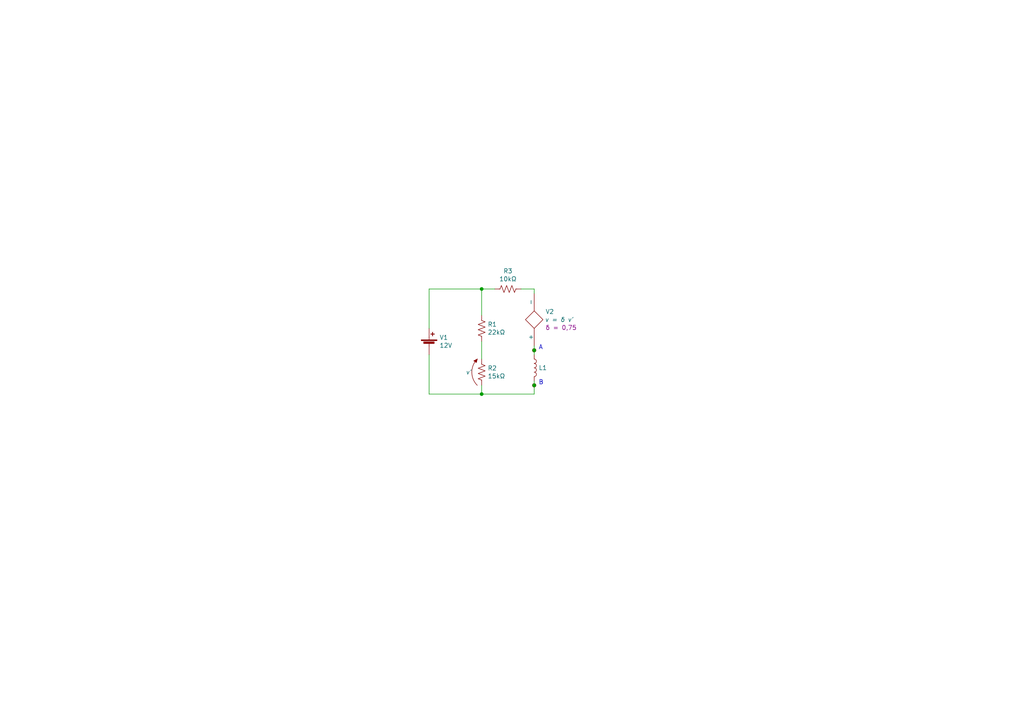
<source format=kicad_sch>
(kicad_sch (version 20211123) (generator eeschema)
  (paper "A4")
  (title_block (title "Questão 1 - P2/2021 - Noturno") (date "2021-11-15") (rev "0") (company "ETE103 - Fundamentos de Circuitos Analógicos"))
  (lib_symbols
    (symbol "Connector:TestPoint_Small" (pin_numbers hide) (pin_names (offset 0.762) hide)
      (property "Reference" "TP" (at 0 3.81 0))
      (property "Value" "TestPoint_Small" (at 0 2.032 0))
      (symbol "TestPoint_Small_0_1"
        (circle (center 0 0) (radius 0.508))
      )
      (symbol "TestPoint_Small_1_1"
        (pin passive line (at 0 0 90) (length 0) (name "1") (number "1"))
      )
    )
    (symbol "Device:Battery_Cell" (pin_numbers hide) (pin_names (offset 0) hide)
      (property "Reference" "BT" (at 2.54 2.54 0))
      (property "Value" "Battery_Cell" (at 2.54 0 0))
      (symbol "Battery_Cell_0_1"
        (rectangle (start -2.286 1.778) (end 2.286 1.524) (fill (type outline)))
        (rectangle (start -1.5748 1.1938) (end 1.4732 0.6858) (fill (type outline)))
        (polyline (pts (xy 0 0.762) (xy 0 0)))
        (polyline (pts (xy 0 1.778) (xy 0 2.54)))
        (polyline (pts (xy 0.508 3.429) (xy 1.524 3.429)) (stroke (width 0.254)))
        (polyline (pts (xy 1.016 3.937) (xy 1.016 2.921)) (stroke (width 0.254)))
      )
      (symbol "Battery_Cell_1_1"
        (pin passive line (at 0 5.08 270) (length 2.54) (name "+") (number "1"))
        (pin passive line (at 0 -2.54 90) (length 2.54) (name "-") (number "2"))
      )
    )
    (symbol "Device:L" (pin_numbers hide) (pin_names (offset 1.016) hide)
      (property "Reference" "L" (at -1.27 0 90))
      (property "Value" "L" (at 1.905 0 90))
      (symbol "L_0_1"
        (arc (start 0 -2.54) (mid 0.635 -1.905) (end 0 -1.27))
        (arc (start 0 -1.27) (mid 0.635 -0.635) (end 0 0))
        (arc (start 0 0) (mid 0.635 0.635) (end 0 1.27))
        (arc (start 0 1.27) (mid 0.635 1.905) (end 0 2.54))
      )
      (symbol "L_1_1"
        (pin passive line (at 0 3.81 270) (length 1.27) (name "1") (number "1"))
        (pin passive line (at 0 -3.81 90) (length 1.27) (name "2") (number "2"))
      )
    )
    (symbol "Device:R_US" (pin_numbers hide) (pin_names (offset 0))
      (property "Reference" "R" (at 2.54 0 90))
      (property "Value" "R_US" (at -2.54 0 90))
      (symbol "R_US_0_1"
        (polyline (pts (xy 0 -2.286) (xy 0 -2.54)))
        (polyline (pts (xy 0 2.286) (xy 0 2.54)))
        (polyline (pts (xy 0 -0.762) (xy 1.016 -1.143) (xy 0 -1.524) (xy -1.016 -1.905) (xy 0 -2.286)))
        (polyline (pts (xy 0 0.762) (xy 1.016 0.381) (xy 0 0) (xy -1.016 -0.381) (xy 0 -0.762)))
        (polyline (pts (xy 0 2.286) (xy 1.016 1.905) (xy 0 1.524) (xy -1.016 1.143) (xy 0 0.762)))
      )
      (symbol "R_US_1_1"
        (pin passive line (at 0 3.81 270) (length 1.27) (name "~") (number "1"))
        (pin passive line (at 0 -3.81 90) (length 1.27) (name "~") (number "2"))
      )
    )
    (symbol "Personalizados:seta_tensao_longa" (pin_names (offset 1.016))
      (property "Reference" "V" (at -2.54 0 0))
      (symbol "seta_tensao_longa_0_1"
        (polyline (pts (xy 0 3.81) (xy -1.016 3.302) (xy -0.254 2.794) (xy 0 3.81)) (fill (type outline)))
        (arc (start 0 3.81) (mid -1.5782 0) (end 0 -3.81))
      )
    )
    (symbol "teorema-de-thevenin-rescue:fonte_tensao_dep-Pessoal" (pin_numbers hide) (pin_names (offset 0))
      (property "Reference" "V" (at 3.81 0 0))
      (property "Value" "fonte_tensao_dep-Pessoal" (at -3.81 -0.635 90))
      (symbol "fonte_tensao_dep-Pessoal_0_1"
        (polyline (pts (xy 0 2.54) (xy -2.54 0) (xy 0 -2.54) (xy 2.54 0) (xy 0 2.54)))
      )
      (symbol "fonte_tensao_dep-Pessoal_1_1"
        (pin passive line (at 0 7.62 270) (length 5.08) (name "+") (number "1"))
        (pin passive line (at 0 -7.62 90) (length 5.08) (name "-") (number "2"))
      )
    )
  )
  (junction (at 154.94 101.6))
  (junction (at 139.7 114.3))
  (junction (at 139.7 83.82))
  (junction (at 154.94 111.76))
  (wire (pts (xy 139.7 99.06) (xy 139.7 104.14)))
  (wire (pts (xy 139.7 91.44) (xy 139.7 83.82)))
  (wire (pts (xy 154.94 101.6) (xy 154.94 102.87)))
  (wire (pts (xy 154.94 83.82) (xy 154.94 85.09)))
  (wire (pts (xy 154.94 110.49) (xy 154.94 111.76)))
  (wire (pts (xy 124.46 83.82) (xy 139.7 83.82)))
  (wire (pts (xy 154.94 111.76) (xy 154.94 114.3)))
  (wire (pts (xy 124.46 114.3) (xy 124.46 102.87)))
  (wire (pts (xy 139.7 111.76) (xy 139.7 114.3)))
  (wire (pts (xy 151.13 83.82) (xy 154.94 83.82)))
  (wire (pts (xy 124.46 95.25) (xy 124.46 83.82)))
  (wire (pts (xy 154.94 100.33) (xy 154.94 101.6)))
  (wire (pts (xy 139.7 114.3) (xy 124.46 114.3)))
  (wire (pts (xy 139.7 83.82) (xy 143.51 83.82)))
  (wire (pts (xy 154.94 114.3) (xy 139.7 114.3)))
  (text "B" (at 156.21 111.76 0) (effects (font (size 1.27 1.27)) (justify left bottom)))
  (text "A" (at 156.21 101.6 0) (effects (font (size 1.27 1.27)) (justify left bottom)))
  (symbol (lib_id "Device:Battery_Cell") (at 124.46 100.33 0) (unit 1)
    (property "Reference" "V1" (at 127.4572 97.8916 0) (effects (justify left)))
    (property "Value" "12V" (at 127.4572 100.203 0) (effects (justify left)))
  )
  (symbol (lib_id "Device:R_US") (at 139.7 95.25 180) (unit 1)
    (property "Reference" "R1" (at 141.4272 94.0816 0) (effects (justify right)))
    (property "Value" "22kΩ" (at 141.4272 96.393 0) (effects (justify right)))
  )
  (symbol (lib_id "Device:R_US") (at 139.7 107.95 180) (unit 1)
    (property "Reference" "R2" (at 141.4272 106.7816 0) (effects (justify right)))
    (property "Value" "15kΩ" (at 141.4272 109.093 0) (effects (justify right)))
  )
  (symbol (lib_id "teorema-de-thevenin-rescue:fonte_tensao_dep-Pessoal") (at 154.94 92.71 180) (unit 1)
    (property "Reference" "V2" (at 158.1912 90.3986 0) (effects (justify right)))
    (property "Value" "v = δ v'" (at 158.1912 92.71 0) (effects (font italic) (justify right)))
    (property "Observação" "δ = 0,75" (at 158.1912 95.0214 0) (effects (justify right)))
  )
  (symbol (lib_id "Device:R_US") (at 147.32 83.82 90) (unit 1)
    (property "Reference" "R3" (at 147.32 78.613 90))
    (property "Value" "10kΩ" (at 147.32 80.9244 90))
  )
  (symbol (lib_id "Connector:TestPoint_Small") (at 154.94 111.76 0) (unit 1)
    (property "Reference" "TP?" (effects hide))
    (property "Value" "TestPoint_Small" (effects hide))
  )
  (symbol (lib_id "Device:L") (at 154.94 106.68 0) (unit 1)
    (property "Reference" "L1" (at 156.21 106.68 0) (effects (justify left)))
    (property "Value" "L" (effects hide))
  )
  (symbol (lib_id "Personalizados:seta_tensao_longa") (at 138.43 107.95 0) (unit 1)
    (property "Reference" "V3" (effects hide))
    (property "Value" "v'" (at 135.89 107.95 0) (effects (font italic)))
  )
  (symbol (lib_id "Connector:TestPoint_Small") (at 154.94 101.6 0) (unit 1)
    (property "Reference" "TP?" (effects hide))
    (property "Value" "TestPoint_Small" (effects hide))
  )
)
</source>
